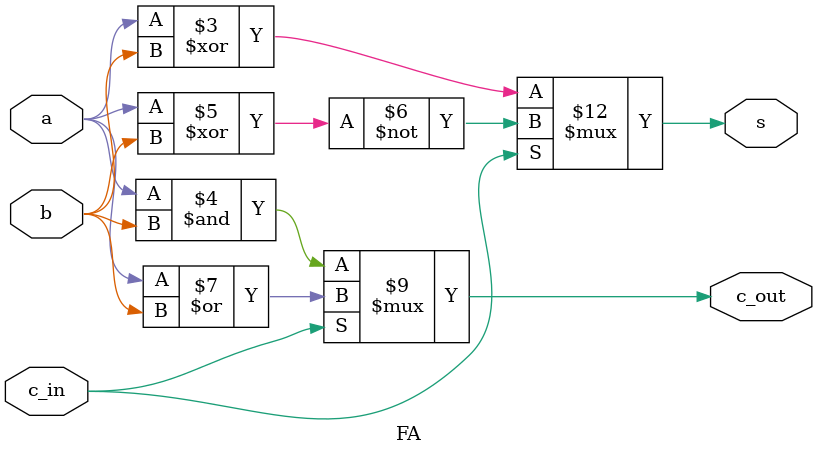
<source format=v>
module FA(a, b, c_in, s, c_out);
input a, b, c_in;
output reg s, c_out;

always@(a, b, c_in)
begin
if(c_in == 0)
	begin
	s = a^b;
	c_out = a&b;
	end
else
	begin
	s = ~(a^b);
	c_out = a|b;
	end
end

endmodule

</source>
